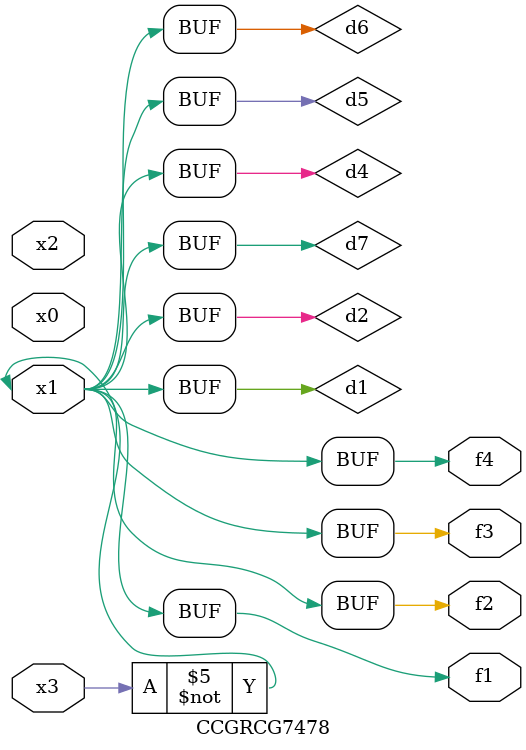
<source format=v>
module CCGRCG7478(
	input x0, x1, x2, x3,
	output f1, f2, f3, f4
);

	wire d1, d2, d3, d4, d5, d6, d7;

	not (d1, x3);
	buf (d2, x1);
	xnor (d3, d1, d2);
	nor (d4, d1);
	buf (d5, d1, d2);
	buf (d6, d4, d5);
	nand (d7, d4);
	assign f1 = d6;
	assign f2 = d7;
	assign f3 = d6;
	assign f4 = d6;
endmodule

</source>
